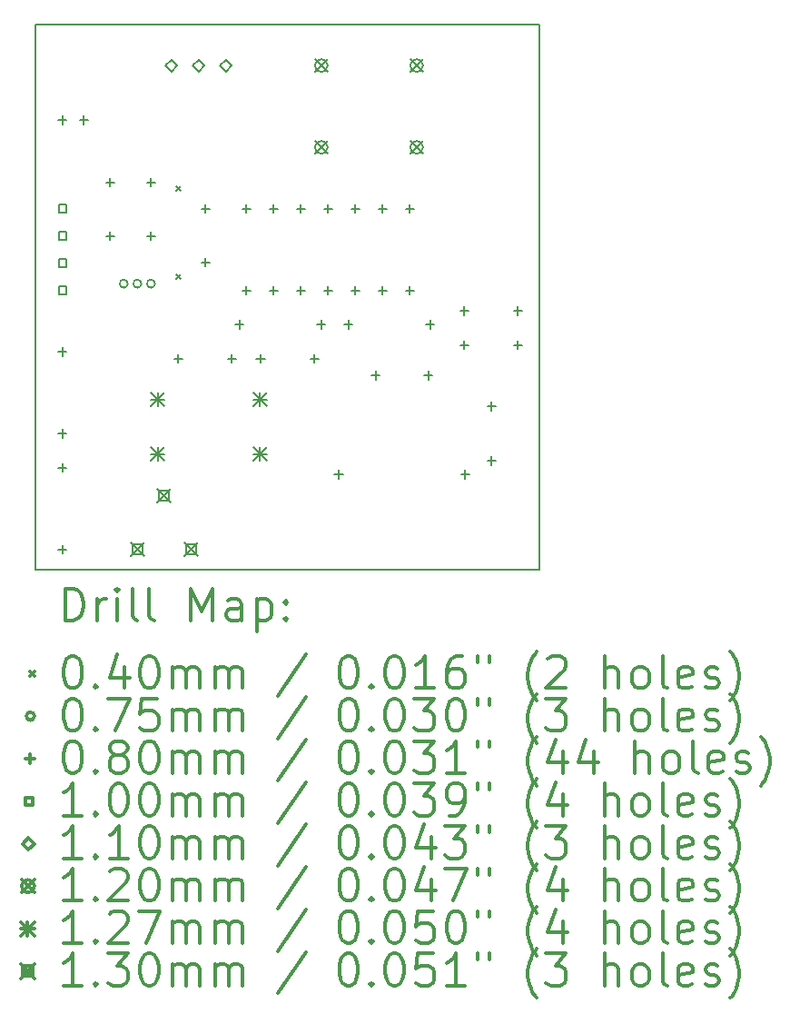
<source format=gbr>
%FSLAX45Y45*%
G04 Gerber Fmt 4.5, Leading zero omitted, Abs format (unit mm)*
G04 Created by KiCad (PCBNEW 5.1.9+dfsg1-1) date 2022-09-10 10:36:59*
%MOMM*%
%LPD*%
G01*
G04 APERTURE LIST*
%TA.AperFunction,Profile*%
%ADD10C,0.150000*%
%TD*%
%ADD11C,0.200000*%
%ADD12C,0.300000*%
G04 APERTURE END LIST*
D10*
X6985000Y-4572000D02*
X6985000Y-9652000D01*
X11684000Y-4572000D02*
X11684000Y-9652000D01*
X11684000Y-4572000D02*
X6985000Y-4572000D01*
X6985000Y-9652000D02*
X11684000Y-9652000D01*
D11*
X8298500Y-6076000D02*
X8338500Y-6116000D01*
X8338500Y-6076000D02*
X8298500Y-6116000D01*
X8298500Y-6901500D02*
X8338500Y-6941500D01*
X8338500Y-6901500D02*
X8298500Y-6941500D01*
X7848000Y-6985000D02*
G75*
G03*
X7848000Y-6985000I-37500J0D01*
G01*
X7975000Y-6985000D02*
G75*
G03*
X7975000Y-6985000I-37500J0D01*
G01*
X8102000Y-6985000D02*
G75*
G03*
X8102000Y-6985000I-37500J0D01*
G01*
X7239000Y-5421000D02*
X7239000Y-5501000D01*
X7199000Y-5461000D02*
X7279000Y-5461000D01*
X7239000Y-7580000D02*
X7239000Y-7660000D01*
X7199000Y-7620000D02*
X7279000Y-7620000D01*
X7239000Y-8342000D02*
X7239000Y-8422000D01*
X7199000Y-8382000D02*
X7279000Y-8382000D01*
X7239000Y-8659500D02*
X7239000Y-8739500D01*
X7199000Y-8699500D02*
X7279000Y-8699500D01*
X7239000Y-9421500D02*
X7239000Y-9501500D01*
X7199000Y-9461500D02*
X7279000Y-9461500D01*
X7439000Y-5421000D02*
X7439000Y-5501000D01*
X7399000Y-5461000D02*
X7479000Y-5461000D01*
X7683500Y-6000500D02*
X7683500Y-6080500D01*
X7643500Y-6040500D02*
X7723500Y-6040500D01*
X7683500Y-6500500D02*
X7683500Y-6580500D01*
X7643500Y-6540500D02*
X7723500Y-6540500D01*
X8064500Y-6000500D02*
X8064500Y-6080500D01*
X8024500Y-6040500D02*
X8104500Y-6040500D01*
X8064500Y-6500500D02*
X8064500Y-6580500D01*
X8024500Y-6540500D02*
X8104500Y-6540500D01*
X8318500Y-7643500D02*
X8318500Y-7723500D01*
X8278500Y-7683500D02*
X8358500Y-7683500D01*
X8572500Y-6246500D02*
X8572500Y-6326500D01*
X8532500Y-6286500D02*
X8612500Y-6286500D01*
X8572500Y-6746500D02*
X8572500Y-6826500D01*
X8532500Y-6786500D02*
X8612500Y-6786500D01*
X8818500Y-7643500D02*
X8818500Y-7723500D01*
X8778500Y-7683500D02*
X8858500Y-7683500D01*
X8890000Y-7326000D02*
X8890000Y-7406000D01*
X8850000Y-7366000D02*
X8930000Y-7366000D01*
X8953500Y-6246500D02*
X8953500Y-6326500D01*
X8913500Y-6286500D02*
X8993500Y-6286500D01*
X8953500Y-7008500D02*
X8953500Y-7088500D01*
X8913500Y-7048500D02*
X8993500Y-7048500D01*
X9088500Y-7643500D02*
X9088500Y-7723500D01*
X9048500Y-7683500D02*
X9128500Y-7683500D01*
X9207500Y-6246500D02*
X9207500Y-6326500D01*
X9167500Y-6286500D02*
X9247500Y-6286500D01*
X9207500Y-7008500D02*
X9207500Y-7088500D01*
X9167500Y-7048500D02*
X9247500Y-7048500D01*
X9461500Y-6246500D02*
X9461500Y-6326500D01*
X9421500Y-6286500D02*
X9501500Y-6286500D01*
X9461500Y-7008500D02*
X9461500Y-7088500D01*
X9421500Y-7048500D02*
X9501500Y-7048500D01*
X9588500Y-7643500D02*
X9588500Y-7723500D01*
X9548500Y-7683500D02*
X9628500Y-7683500D01*
X9652000Y-7326000D02*
X9652000Y-7406000D01*
X9612000Y-7366000D02*
X9692000Y-7366000D01*
X9715500Y-6246500D02*
X9715500Y-6326500D01*
X9675500Y-6286500D02*
X9755500Y-6286500D01*
X9715500Y-7008500D02*
X9715500Y-7088500D01*
X9675500Y-7048500D02*
X9755500Y-7048500D01*
X9815000Y-8723000D02*
X9815000Y-8803000D01*
X9775000Y-8763000D02*
X9855000Y-8763000D01*
X9906000Y-7326000D02*
X9906000Y-7406000D01*
X9866000Y-7366000D02*
X9946000Y-7366000D01*
X9969500Y-6246500D02*
X9969500Y-6326500D01*
X9929500Y-6286500D02*
X10009500Y-6286500D01*
X9969500Y-7008500D02*
X9969500Y-7088500D01*
X9929500Y-7048500D02*
X10009500Y-7048500D01*
X10160000Y-7798000D02*
X10160000Y-7878000D01*
X10120000Y-7838000D02*
X10200000Y-7838000D01*
X10223500Y-6246500D02*
X10223500Y-6326500D01*
X10183500Y-6286500D02*
X10263500Y-6286500D01*
X10223500Y-7008500D02*
X10223500Y-7088500D01*
X10183500Y-7048500D02*
X10263500Y-7048500D01*
X10477500Y-6246500D02*
X10477500Y-6326500D01*
X10437500Y-6286500D02*
X10517500Y-6286500D01*
X10477500Y-7008500D02*
X10477500Y-7088500D01*
X10437500Y-7048500D02*
X10517500Y-7048500D01*
X10650000Y-7798000D02*
X10650000Y-7878000D01*
X10610000Y-7838000D02*
X10690000Y-7838000D01*
X10668000Y-7326000D02*
X10668000Y-7406000D01*
X10628000Y-7366000D02*
X10708000Y-7366000D01*
X10985500Y-7199000D02*
X10985500Y-7279000D01*
X10945500Y-7239000D02*
X11025500Y-7239000D01*
X10985500Y-7516500D02*
X10985500Y-7596500D01*
X10945500Y-7556500D02*
X11025500Y-7556500D01*
X10995000Y-8723000D02*
X10995000Y-8803000D01*
X10955000Y-8763000D02*
X11035000Y-8763000D01*
X11239500Y-8088000D02*
X11239500Y-8168000D01*
X11199500Y-8128000D02*
X11279500Y-8128000D01*
X11239500Y-8596000D02*
X11239500Y-8676000D01*
X11199500Y-8636000D02*
X11279500Y-8636000D01*
X11485500Y-7199000D02*
X11485500Y-7279000D01*
X11445500Y-7239000D02*
X11525500Y-7239000D01*
X11485500Y-7516500D02*
X11485500Y-7596500D01*
X11445500Y-7556500D02*
X11525500Y-7556500D01*
X7274356Y-6321856D02*
X7274356Y-6251144D01*
X7203644Y-6251144D01*
X7203644Y-6321856D01*
X7274356Y-6321856D01*
X7274356Y-6575856D02*
X7274356Y-6505144D01*
X7203644Y-6505144D01*
X7203644Y-6575856D01*
X7274356Y-6575856D01*
X7274356Y-6829856D02*
X7274356Y-6759144D01*
X7203644Y-6759144D01*
X7203644Y-6829856D01*
X7274356Y-6829856D01*
X7274356Y-7083856D02*
X7274356Y-7013144D01*
X7203644Y-7013144D01*
X7203644Y-7083856D01*
X7274356Y-7083856D01*
X8255000Y-5008000D02*
X8310000Y-4953000D01*
X8255000Y-4898000D01*
X8200000Y-4953000D01*
X8255000Y-5008000D01*
X8509000Y-5008000D02*
X8564000Y-4953000D01*
X8509000Y-4898000D01*
X8454000Y-4953000D01*
X8509000Y-5008000D01*
X8763000Y-5008000D02*
X8818000Y-4953000D01*
X8763000Y-4898000D01*
X8708000Y-4953000D01*
X8763000Y-5008000D01*
X9592000Y-4893000D02*
X9712000Y-5013000D01*
X9712000Y-4893000D02*
X9592000Y-5013000D01*
X9712000Y-4953000D02*
G75*
G03*
X9712000Y-4953000I-60000J0D01*
G01*
X9592000Y-5655000D02*
X9712000Y-5775000D01*
X9712000Y-5655000D02*
X9592000Y-5775000D01*
X9712000Y-5715000D02*
G75*
G03*
X9712000Y-5715000I-60000J0D01*
G01*
X10481000Y-4893000D02*
X10601000Y-5013000D01*
X10601000Y-4893000D02*
X10481000Y-5013000D01*
X10601000Y-4953000D02*
G75*
G03*
X10601000Y-4953000I-60000J0D01*
G01*
X10481000Y-5655000D02*
X10601000Y-5775000D01*
X10601000Y-5655000D02*
X10481000Y-5775000D01*
X10601000Y-5715000D02*
G75*
G03*
X10601000Y-5715000I-60000J0D01*
G01*
X8064500Y-8001000D02*
X8191500Y-8128000D01*
X8191500Y-8001000D02*
X8064500Y-8128000D01*
X8128000Y-8001000D02*
X8128000Y-8128000D01*
X8064500Y-8064500D02*
X8191500Y-8064500D01*
X8064500Y-8509000D02*
X8191500Y-8636000D01*
X8191500Y-8509000D02*
X8064500Y-8636000D01*
X8128000Y-8509000D02*
X8128000Y-8636000D01*
X8064500Y-8572500D02*
X8191500Y-8572500D01*
X9017000Y-8001000D02*
X9144000Y-8128000D01*
X9144000Y-8001000D02*
X9017000Y-8128000D01*
X9080500Y-8001000D02*
X9080500Y-8128000D01*
X9017000Y-8064500D02*
X9144000Y-8064500D01*
X9017000Y-8509000D02*
X9144000Y-8636000D01*
X9144000Y-8509000D02*
X9017000Y-8636000D01*
X9080500Y-8509000D02*
X9080500Y-8636000D01*
X9017000Y-8572500D02*
X9144000Y-8572500D01*
X7872500Y-9396500D02*
X8002500Y-9526500D01*
X8002500Y-9396500D02*
X7872500Y-9526500D01*
X7983462Y-9507462D02*
X7983462Y-9415538D01*
X7891538Y-9415538D01*
X7891538Y-9507462D01*
X7983462Y-9507462D01*
X8122500Y-8896500D02*
X8252500Y-9026500D01*
X8252500Y-8896500D02*
X8122500Y-9026500D01*
X8233462Y-9007462D02*
X8233462Y-8915538D01*
X8141538Y-8915538D01*
X8141538Y-9007462D01*
X8233462Y-9007462D01*
X8372500Y-9396500D02*
X8502500Y-9526500D01*
X8502500Y-9396500D02*
X8372500Y-9526500D01*
X8483462Y-9507462D02*
X8483462Y-9415538D01*
X8391538Y-9415538D01*
X8391538Y-9507462D01*
X8483462Y-9507462D01*
D12*
X7263928Y-10125214D02*
X7263928Y-9825214D01*
X7335357Y-9825214D01*
X7378214Y-9839500D01*
X7406786Y-9868072D01*
X7421071Y-9896643D01*
X7435357Y-9953786D01*
X7435357Y-9996643D01*
X7421071Y-10053786D01*
X7406786Y-10082357D01*
X7378214Y-10110929D01*
X7335357Y-10125214D01*
X7263928Y-10125214D01*
X7563928Y-10125214D02*
X7563928Y-9925214D01*
X7563928Y-9982357D02*
X7578214Y-9953786D01*
X7592500Y-9939500D01*
X7621071Y-9925214D01*
X7649643Y-9925214D01*
X7749643Y-10125214D02*
X7749643Y-9925214D01*
X7749643Y-9825214D02*
X7735357Y-9839500D01*
X7749643Y-9853786D01*
X7763928Y-9839500D01*
X7749643Y-9825214D01*
X7749643Y-9853786D01*
X7935357Y-10125214D02*
X7906786Y-10110929D01*
X7892500Y-10082357D01*
X7892500Y-9825214D01*
X8092500Y-10125214D02*
X8063928Y-10110929D01*
X8049643Y-10082357D01*
X8049643Y-9825214D01*
X8435357Y-10125214D02*
X8435357Y-9825214D01*
X8535357Y-10039500D01*
X8635357Y-9825214D01*
X8635357Y-10125214D01*
X8906786Y-10125214D02*
X8906786Y-9968072D01*
X8892500Y-9939500D01*
X8863928Y-9925214D01*
X8806786Y-9925214D01*
X8778214Y-9939500D01*
X8906786Y-10110929D02*
X8878214Y-10125214D01*
X8806786Y-10125214D01*
X8778214Y-10110929D01*
X8763928Y-10082357D01*
X8763928Y-10053786D01*
X8778214Y-10025214D01*
X8806786Y-10010929D01*
X8878214Y-10010929D01*
X8906786Y-9996643D01*
X9049643Y-9925214D02*
X9049643Y-10225214D01*
X9049643Y-9939500D02*
X9078214Y-9925214D01*
X9135357Y-9925214D01*
X9163928Y-9939500D01*
X9178214Y-9953786D01*
X9192500Y-9982357D01*
X9192500Y-10068072D01*
X9178214Y-10096643D01*
X9163928Y-10110929D01*
X9135357Y-10125214D01*
X9078214Y-10125214D01*
X9049643Y-10110929D01*
X9321071Y-10096643D02*
X9335357Y-10110929D01*
X9321071Y-10125214D01*
X9306786Y-10110929D01*
X9321071Y-10096643D01*
X9321071Y-10125214D01*
X9321071Y-9939500D02*
X9335357Y-9953786D01*
X9321071Y-9968072D01*
X9306786Y-9953786D01*
X9321071Y-9939500D01*
X9321071Y-9968072D01*
X6937500Y-10599500D02*
X6977500Y-10639500D01*
X6977500Y-10599500D02*
X6937500Y-10639500D01*
X7321071Y-10455214D02*
X7349643Y-10455214D01*
X7378214Y-10469500D01*
X7392500Y-10483786D01*
X7406786Y-10512357D01*
X7421071Y-10569500D01*
X7421071Y-10640929D01*
X7406786Y-10698072D01*
X7392500Y-10726643D01*
X7378214Y-10740929D01*
X7349643Y-10755214D01*
X7321071Y-10755214D01*
X7292500Y-10740929D01*
X7278214Y-10726643D01*
X7263928Y-10698072D01*
X7249643Y-10640929D01*
X7249643Y-10569500D01*
X7263928Y-10512357D01*
X7278214Y-10483786D01*
X7292500Y-10469500D01*
X7321071Y-10455214D01*
X7549643Y-10726643D02*
X7563928Y-10740929D01*
X7549643Y-10755214D01*
X7535357Y-10740929D01*
X7549643Y-10726643D01*
X7549643Y-10755214D01*
X7821071Y-10555214D02*
X7821071Y-10755214D01*
X7749643Y-10440929D02*
X7678214Y-10655214D01*
X7863928Y-10655214D01*
X8035357Y-10455214D02*
X8063928Y-10455214D01*
X8092500Y-10469500D01*
X8106786Y-10483786D01*
X8121071Y-10512357D01*
X8135357Y-10569500D01*
X8135357Y-10640929D01*
X8121071Y-10698072D01*
X8106786Y-10726643D01*
X8092500Y-10740929D01*
X8063928Y-10755214D01*
X8035357Y-10755214D01*
X8006786Y-10740929D01*
X7992500Y-10726643D01*
X7978214Y-10698072D01*
X7963928Y-10640929D01*
X7963928Y-10569500D01*
X7978214Y-10512357D01*
X7992500Y-10483786D01*
X8006786Y-10469500D01*
X8035357Y-10455214D01*
X8263928Y-10755214D02*
X8263928Y-10555214D01*
X8263928Y-10583786D02*
X8278214Y-10569500D01*
X8306786Y-10555214D01*
X8349643Y-10555214D01*
X8378214Y-10569500D01*
X8392500Y-10598072D01*
X8392500Y-10755214D01*
X8392500Y-10598072D02*
X8406786Y-10569500D01*
X8435357Y-10555214D01*
X8478214Y-10555214D01*
X8506786Y-10569500D01*
X8521071Y-10598072D01*
X8521071Y-10755214D01*
X8663928Y-10755214D02*
X8663928Y-10555214D01*
X8663928Y-10583786D02*
X8678214Y-10569500D01*
X8706786Y-10555214D01*
X8749643Y-10555214D01*
X8778214Y-10569500D01*
X8792500Y-10598072D01*
X8792500Y-10755214D01*
X8792500Y-10598072D02*
X8806786Y-10569500D01*
X8835357Y-10555214D01*
X8878214Y-10555214D01*
X8906786Y-10569500D01*
X8921071Y-10598072D01*
X8921071Y-10755214D01*
X9506786Y-10440929D02*
X9249643Y-10826643D01*
X9892500Y-10455214D02*
X9921071Y-10455214D01*
X9949643Y-10469500D01*
X9963928Y-10483786D01*
X9978214Y-10512357D01*
X9992500Y-10569500D01*
X9992500Y-10640929D01*
X9978214Y-10698072D01*
X9963928Y-10726643D01*
X9949643Y-10740929D01*
X9921071Y-10755214D01*
X9892500Y-10755214D01*
X9863928Y-10740929D01*
X9849643Y-10726643D01*
X9835357Y-10698072D01*
X9821071Y-10640929D01*
X9821071Y-10569500D01*
X9835357Y-10512357D01*
X9849643Y-10483786D01*
X9863928Y-10469500D01*
X9892500Y-10455214D01*
X10121071Y-10726643D02*
X10135357Y-10740929D01*
X10121071Y-10755214D01*
X10106786Y-10740929D01*
X10121071Y-10726643D01*
X10121071Y-10755214D01*
X10321071Y-10455214D02*
X10349643Y-10455214D01*
X10378214Y-10469500D01*
X10392500Y-10483786D01*
X10406786Y-10512357D01*
X10421071Y-10569500D01*
X10421071Y-10640929D01*
X10406786Y-10698072D01*
X10392500Y-10726643D01*
X10378214Y-10740929D01*
X10349643Y-10755214D01*
X10321071Y-10755214D01*
X10292500Y-10740929D01*
X10278214Y-10726643D01*
X10263928Y-10698072D01*
X10249643Y-10640929D01*
X10249643Y-10569500D01*
X10263928Y-10512357D01*
X10278214Y-10483786D01*
X10292500Y-10469500D01*
X10321071Y-10455214D01*
X10706786Y-10755214D02*
X10535357Y-10755214D01*
X10621071Y-10755214D02*
X10621071Y-10455214D01*
X10592500Y-10498072D01*
X10563928Y-10526643D01*
X10535357Y-10540929D01*
X10963928Y-10455214D02*
X10906786Y-10455214D01*
X10878214Y-10469500D01*
X10863928Y-10483786D01*
X10835357Y-10526643D01*
X10821071Y-10583786D01*
X10821071Y-10698072D01*
X10835357Y-10726643D01*
X10849643Y-10740929D01*
X10878214Y-10755214D01*
X10935357Y-10755214D01*
X10963928Y-10740929D01*
X10978214Y-10726643D01*
X10992500Y-10698072D01*
X10992500Y-10626643D01*
X10978214Y-10598072D01*
X10963928Y-10583786D01*
X10935357Y-10569500D01*
X10878214Y-10569500D01*
X10849643Y-10583786D01*
X10835357Y-10598072D01*
X10821071Y-10626643D01*
X11106786Y-10455214D02*
X11106786Y-10512357D01*
X11221071Y-10455214D02*
X11221071Y-10512357D01*
X11663928Y-10869500D02*
X11649643Y-10855214D01*
X11621071Y-10812357D01*
X11606786Y-10783786D01*
X11592500Y-10740929D01*
X11578214Y-10669500D01*
X11578214Y-10612357D01*
X11592500Y-10540929D01*
X11606786Y-10498072D01*
X11621071Y-10469500D01*
X11649643Y-10426643D01*
X11663928Y-10412357D01*
X11763928Y-10483786D02*
X11778214Y-10469500D01*
X11806786Y-10455214D01*
X11878214Y-10455214D01*
X11906786Y-10469500D01*
X11921071Y-10483786D01*
X11935357Y-10512357D01*
X11935357Y-10540929D01*
X11921071Y-10583786D01*
X11749643Y-10755214D01*
X11935357Y-10755214D01*
X12292500Y-10755214D02*
X12292500Y-10455214D01*
X12421071Y-10755214D02*
X12421071Y-10598072D01*
X12406786Y-10569500D01*
X12378214Y-10555214D01*
X12335357Y-10555214D01*
X12306786Y-10569500D01*
X12292500Y-10583786D01*
X12606786Y-10755214D02*
X12578214Y-10740929D01*
X12563928Y-10726643D01*
X12549643Y-10698072D01*
X12549643Y-10612357D01*
X12563928Y-10583786D01*
X12578214Y-10569500D01*
X12606786Y-10555214D01*
X12649643Y-10555214D01*
X12678214Y-10569500D01*
X12692500Y-10583786D01*
X12706786Y-10612357D01*
X12706786Y-10698072D01*
X12692500Y-10726643D01*
X12678214Y-10740929D01*
X12649643Y-10755214D01*
X12606786Y-10755214D01*
X12878214Y-10755214D02*
X12849643Y-10740929D01*
X12835357Y-10712357D01*
X12835357Y-10455214D01*
X13106786Y-10740929D02*
X13078214Y-10755214D01*
X13021071Y-10755214D01*
X12992500Y-10740929D01*
X12978214Y-10712357D01*
X12978214Y-10598072D01*
X12992500Y-10569500D01*
X13021071Y-10555214D01*
X13078214Y-10555214D01*
X13106786Y-10569500D01*
X13121071Y-10598072D01*
X13121071Y-10626643D01*
X12978214Y-10655214D01*
X13235357Y-10740929D02*
X13263928Y-10755214D01*
X13321071Y-10755214D01*
X13349643Y-10740929D01*
X13363928Y-10712357D01*
X13363928Y-10698072D01*
X13349643Y-10669500D01*
X13321071Y-10655214D01*
X13278214Y-10655214D01*
X13249643Y-10640929D01*
X13235357Y-10612357D01*
X13235357Y-10598072D01*
X13249643Y-10569500D01*
X13278214Y-10555214D01*
X13321071Y-10555214D01*
X13349643Y-10569500D01*
X13463928Y-10869500D02*
X13478214Y-10855214D01*
X13506786Y-10812357D01*
X13521071Y-10783786D01*
X13535357Y-10740929D01*
X13549643Y-10669500D01*
X13549643Y-10612357D01*
X13535357Y-10540929D01*
X13521071Y-10498072D01*
X13506786Y-10469500D01*
X13478214Y-10426643D01*
X13463928Y-10412357D01*
X6977500Y-11015500D02*
G75*
G03*
X6977500Y-11015500I-37500J0D01*
G01*
X7321071Y-10851214D02*
X7349643Y-10851214D01*
X7378214Y-10865500D01*
X7392500Y-10879786D01*
X7406786Y-10908357D01*
X7421071Y-10965500D01*
X7421071Y-11036929D01*
X7406786Y-11094072D01*
X7392500Y-11122643D01*
X7378214Y-11136929D01*
X7349643Y-11151214D01*
X7321071Y-11151214D01*
X7292500Y-11136929D01*
X7278214Y-11122643D01*
X7263928Y-11094072D01*
X7249643Y-11036929D01*
X7249643Y-10965500D01*
X7263928Y-10908357D01*
X7278214Y-10879786D01*
X7292500Y-10865500D01*
X7321071Y-10851214D01*
X7549643Y-11122643D02*
X7563928Y-11136929D01*
X7549643Y-11151214D01*
X7535357Y-11136929D01*
X7549643Y-11122643D01*
X7549643Y-11151214D01*
X7663928Y-10851214D02*
X7863928Y-10851214D01*
X7735357Y-11151214D01*
X8121071Y-10851214D02*
X7978214Y-10851214D01*
X7963928Y-10994072D01*
X7978214Y-10979786D01*
X8006786Y-10965500D01*
X8078214Y-10965500D01*
X8106786Y-10979786D01*
X8121071Y-10994072D01*
X8135357Y-11022643D01*
X8135357Y-11094072D01*
X8121071Y-11122643D01*
X8106786Y-11136929D01*
X8078214Y-11151214D01*
X8006786Y-11151214D01*
X7978214Y-11136929D01*
X7963928Y-11122643D01*
X8263928Y-11151214D02*
X8263928Y-10951214D01*
X8263928Y-10979786D02*
X8278214Y-10965500D01*
X8306786Y-10951214D01*
X8349643Y-10951214D01*
X8378214Y-10965500D01*
X8392500Y-10994072D01*
X8392500Y-11151214D01*
X8392500Y-10994072D02*
X8406786Y-10965500D01*
X8435357Y-10951214D01*
X8478214Y-10951214D01*
X8506786Y-10965500D01*
X8521071Y-10994072D01*
X8521071Y-11151214D01*
X8663928Y-11151214D02*
X8663928Y-10951214D01*
X8663928Y-10979786D02*
X8678214Y-10965500D01*
X8706786Y-10951214D01*
X8749643Y-10951214D01*
X8778214Y-10965500D01*
X8792500Y-10994072D01*
X8792500Y-11151214D01*
X8792500Y-10994072D02*
X8806786Y-10965500D01*
X8835357Y-10951214D01*
X8878214Y-10951214D01*
X8906786Y-10965500D01*
X8921071Y-10994072D01*
X8921071Y-11151214D01*
X9506786Y-10836929D02*
X9249643Y-11222643D01*
X9892500Y-10851214D02*
X9921071Y-10851214D01*
X9949643Y-10865500D01*
X9963928Y-10879786D01*
X9978214Y-10908357D01*
X9992500Y-10965500D01*
X9992500Y-11036929D01*
X9978214Y-11094072D01*
X9963928Y-11122643D01*
X9949643Y-11136929D01*
X9921071Y-11151214D01*
X9892500Y-11151214D01*
X9863928Y-11136929D01*
X9849643Y-11122643D01*
X9835357Y-11094072D01*
X9821071Y-11036929D01*
X9821071Y-10965500D01*
X9835357Y-10908357D01*
X9849643Y-10879786D01*
X9863928Y-10865500D01*
X9892500Y-10851214D01*
X10121071Y-11122643D02*
X10135357Y-11136929D01*
X10121071Y-11151214D01*
X10106786Y-11136929D01*
X10121071Y-11122643D01*
X10121071Y-11151214D01*
X10321071Y-10851214D02*
X10349643Y-10851214D01*
X10378214Y-10865500D01*
X10392500Y-10879786D01*
X10406786Y-10908357D01*
X10421071Y-10965500D01*
X10421071Y-11036929D01*
X10406786Y-11094072D01*
X10392500Y-11122643D01*
X10378214Y-11136929D01*
X10349643Y-11151214D01*
X10321071Y-11151214D01*
X10292500Y-11136929D01*
X10278214Y-11122643D01*
X10263928Y-11094072D01*
X10249643Y-11036929D01*
X10249643Y-10965500D01*
X10263928Y-10908357D01*
X10278214Y-10879786D01*
X10292500Y-10865500D01*
X10321071Y-10851214D01*
X10521071Y-10851214D02*
X10706786Y-10851214D01*
X10606786Y-10965500D01*
X10649643Y-10965500D01*
X10678214Y-10979786D01*
X10692500Y-10994072D01*
X10706786Y-11022643D01*
X10706786Y-11094072D01*
X10692500Y-11122643D01*
X10678214Y-11136929D01*
X10649643Y-11151214D01*
X10563928Y-11151214D01*
X10535357Y-11136929D01*
X10521071Y-11122643D01*
X10892500Y-10851214D02*
X10921071Y-10851214D01*
X10949643Y-10865500D01*
X10963928Y-10879786D01*
X10978214Y-10908357D01*
X10992500Y-10965500D01*
X10992500Y-11036929D01*
X10978214Y-11094072D01*
X10963928Y-11122643D01*
X10949643Y-11136929D01*
X10921071Y-11151214D01*
X10892500Y-11151214D01*
X10863928Y-11136929D01*
X10849643Y-11122643D01*
X10835357Y-11094072D01*
X10821071Y-11036929D01*
X10821071Y-10965500D01*
X10835357Y-10908357D01*
X10849643Y-10879786D01*
X10863928Y-10865500D01*
X10892500Y-10851214D01*
X11106786Y-10851214D02*
X11106786Y-10908357D01*
X11221071Y-10851214D02*
X11221071Y-10908357D01*
X11663928Y-11265500D02*
X11649643Y-11251214D01*
X11621071Y-11208357D01*
X11606786Y-11179786D01*
X11592500Y-11136929D01*
X11578214Y-11065500D01*
X11578214Y-11008357D01*
X11592500Y-10936929D01*
X11606786Y-10894072D01*
X11621071Y-10865500D01*
X11649643Y-10822643D01*
X11663928Y-10808357D01*
X11749643Y-10851214D02*
X11935357Y-10851214D01*
X11835357Y-10965500D01*
X11878214Y-10965500D01*
X11906786Y-10979786D01*
X11921071Y-10994072D01*
X11935357Y-11022643D01*
X11935357Y-11094072D01*
X11921071Y-11122643D01*
X11906786Y-11136929D01*
X11878214Y-11151214D01*
X11792500Y-11151214D01*
X11763928Y-11136929D01*
X11749643Y-11122643D01*
X12292500Y-11151214D02*
X12292500Y-10851214D01*
X12421071Y-11151214D02*
X12421071Y-10994072D01*
X12406786Y-10965500D01*
X12378214Y-10951214D01*
X12335357Y-10951214D01*
X12306786Y-10965500D01*
X12292500Y-10979786D01*
X12606786Y-11151214D02*
X12578214Y-11136929D01*
X12563928Y-11122643D01*
X12549643Y-11094072D01*
X12549643Y-11008357D01*
X12563928Y-10979786D01*
X12578214Y-10965500D01*
X12606786Y-10951214D01*
X12649643Y-10951214D01*
X12678214Y-10965500D01*
X12692500Y-10979786D01*
X12706786Y-11008357D01*
X12706786Y-11094072D01*
X12692500Y-11122643D01*
X12678214Y-11136929D01*
X12649643Y-11151214D01*
X12606786Y-11151214D01*
X12878214Y-11151214D02*
X12849643Y-11136929D01*
X12835357Y-11108357D01*
X12835357Y-10851214D01*
X13106786Y-11136929D02*
X13078214Y-11151214D01*
X13021071Y-11151214D01*
X12992500Y-11136929D01*
X12978214Y-11108357D01*
X12978214Y-10994072D01*
X12992500Y-10965500D01*
X13021071Y-10951214D01*
X13078214Y-10951214D01*
X13106786Y-10965500D01*
X13121071Y-10994072D01*
X13121071Y-11022643D01*
X12978214Y-11051214D01*
X13235357Y-11136929D02*
X13263928Y-11151214D01*
X13321071Y-11151214D01*
X13349643Y-11136929D01*
X13363928Y-11108357D01*
X13363928Y-11094072D01*
X13349643Y-11065500D01*
X13321071Y-11051214D01*
X13278214Y-11051214D01*
X13249643Y-11036929D01*
X13235357Y-11008357D01*
X13235357Y-10994072D01*
X13249643Y-10965500D01*
X13278214Y-10951214D01*
X13321071Y-10951214D01*
X13349643Y-10965500D01*
X13463928Y-11265500D02*
X13478214Y-11251214D01*
X13506786Y-11208357D01*
X13521071Y-11179786D01*
X13535357Y-11136929D01*
X13549643Y-11065500D01*
X13549643Y-11008357D01*
X13535357Y-10936929D01*
X13521071Y-10894072D01*
X13506786Y-10865500D01*
X13478214Y-10822643D01*
X13463928Y-10808357D01*
X6937500Y-11371500D02*
X6937500Y-11451500D01*
X6897500Y-11411500D02*
X6977500Y-11411500D01*
X7321071Y-11247214D02*
X7349643Y-11247214D01*
X7378214Y-11261500D01*
X7392500Y-11275786D01*
X7406786Y-11304357D01*
X7421071Y-11361500D01*
X7421071Y-11432929D01*
X7406786Y-11490071D01*
X7392500Y-11518643D01*
X7378214Y-11532929D01*
X7349643Y-11547214D01*
X7321071Y-11547214D01*
X7292500Y-11532929D01*
X7278214Y-11518643D01*
X7263928Y-11490071D01*
X7249643Y-11432929D01*
X7249643Y-11361500D01*
X7263928Y-11304357D01*
X7278214Y-11275786D01*
X7292500Y-11261500D01*
X7321071Y-11247214D01*
X7549643Y-11518643D02*
X7563928Y-11532929D01*
X7549643Y-11547214D01*
X7535357Y-11532929D01*
X7549643Y-11518643D01*
X7549643Y-11547214D01*
X7735357Y-11375786D02*
X7706786Y-11361500D01*
X7692500Y-11347214D01*
X7678214Y-11318643D01*
X7678214Y-11304357D01*
X7692500Y-11275786D01*
X7706786Y-11261500D01*
X7735357Y-11247214D01*
X7792500Y-11247214D01*
X7821071Y-11261500D01*
X7835357Y-11275786D01*
X7849643Y-11304357D01*
X7849643Y-11318643D01*
X7835357Y-11347214D01*
X7821071Y-11361500D01*
X7792500Y-11375786D01*
X7735357Y-11375786D01*
X7706786Y-11390071D01*
X7692500Y-11404357D01*
X7678214Y-11432929D01*
X7678214Y-11490071D01*
X7692500Y-11518643D01*
X7706786Y-11532929D01*
X7735357Y-11547214D01*
X7792500Y-11547214D01*
X7821071Y-11532929D01*
X7835357Y-11518643D01*
X7849643Y-11490071D01*
X7849643Y-11432929D01*
X7835357Y-11404357D01*
X7821071Y-11390071D01*
X7792500Y-11375786D01*
X8035357Y-11247214D02*
X8063928Y-11247214D01*
X8092500Y-11261500D01*
X8106786Y-11275786D01*
X8121071Y-11304357D01*
X8135357Y-11361500D01*
X8135357Y-11432929D01*
X8121071Y-11490071D01*
X8106786Y-11518643D01*
X8092500Y-11532929D01*
X8063928Y-11547214D01*
X8035357Y-11547214D01*
X8006786Y-11532929D01*
X7992500Y-11518643D01*
X7978214Y-11490071D01*
X7963928Y-11432929D01*
X7963928Y-11361500D01*
X7978214Y-11304357D01*
X7992500Y-11275786D01*
X8006786Y-11261500D01*
X8035357Y-11247214D01*
X8263928Y-11547214D02*
X8263928Y-11347214D01*
X8263928Y-11375786D02*
X8278214Y-11361500D01*
X8306786Y-11347214D01*
X8349643Y-11347214D01*
X8378214Y-11361500D01*
X8392500Y-11390071D01*
X8392500Y-11547214D01*
X8392500Y-11390071D02*
X8406786Y-11361500D01*
X8435357Y-11347214D01*
X8478214Y-11347214D01*
X8506786Y-11361500D01*
X8521071Y-11390071D01*
X8521071Y-11547214D01*
X8663928Y-11547214D02*
X8663928Y-11347214D01*
X8663928Y-11375786D02*
X8678214Y-11361500D01*
X8706786Y-11347214D01*
X8749643Y-11347214D01*
X8778214Y-11361500D01*
X8792500Y-11390071D01*
X8792500Y-11547214D01*
X8792500Y-11390071D02*
X8806786Y-11361500D01*
X8835357Y-11347214D01*
X8878214Y-11347214D01*
X8906786Y-11361500D01*
X8921071Y-11390071D01*
X8921071Y-11547214D01*
X9506786Y-11232929D02*
X9249643Y-11618643D01*
X9892500Y-11247214D02*
X9921071Y-11247214D01*
X9949643Y-11261500D01*
X9963928Y-11275786D01*
X9978214Y-11304357D01*
X9992500Y-11361500D01*
X9992500Y-11432929D01*
X9978214Y-11490071D01*
X9963928Y-11518643D01*
X9949643Y-11532929D01*
X9921071Y-11547214D01*
X9892500Y-11547214D01*
X9863928Y-11532929D01*
X9849643Y-11518643D01*
X9835357Y-11490071D01*
X9821071Y-11432929D01*
X9821071Y-11361500D01*
X9835357Y-11304357D01*
X9849643Y-11275786D01*
X9863928Y-11261500D01*
X9892500Y-11247214D01*
X10121071Y-11518643D02*
X10135357Y-11532929D01*
X10121071Y-11547214D01*
X10106786Y-11532929D01*
X10121071Y-11518643D01*
X10121071Y-11547214D01*
X10321071Y-11247214D02*
X10349643Y-11247214D01*
X10378214Y-11261500D01*
X10392500Y-11275786D01*
X10406786Y-11304357D01*
X10421071Y-11361500D01*
X10421071Y-11432929D01*
X10406786Y-11490071D01*
X10392500Y-11518643D01*
X10378214Y-11532929D01*
X10349643Y-11547214D01*
X10321071Y-11547214D01*
X10292500Y-11532929D01*
X10278214Y-11518643D01*
X10263928Y-11490071D01*
X10249643Y-11432929D01*
X10249643Y-11361500D01*
X10263928Y-11304357D01*
X10278214Y-11275786D01*
X10292500Y-11261500D01*
X10321071Y-11247214D01*
X10521071Y-11247214D02*
X10706786Y-11247214D01*
X10606786Y-11361500D01*
X10649643Y-11361500D01*
X10678214Y-11375786D01*
X10692500Y-11390071D01*
X10706786Y-11418643D01*
X10706786Y-11490071D01*
X10692500Y-11518643D01*
X10678214Y-11532929D01*
X10649643Y-11547214D01*
X10563928Y-11547214D01*
X10535357Y-11532929D01*
X10521071Y-11518643D01*
X10992500Y-11547214D02*
X10821071Y-11547214D01*
X10906786Y-11547214D02*
X10906786Y-11247214D01*
X10878214Y-11290071D01*
X10849643Y-11318643D01*
X10821071Y-11332929D01*
X11106786Y-11247214D02*
X11106786Y-11304357D01*
X11221071Y-11247214D02*
X11221071Y-11304357D01*
X11663928Y-11661500D02*
X11649643Y-11647214D01*
X11621071Y-11604357D01*
X11606786Y-11575786D01*
X11592500Y-11532929D01*
X11578214Y-11461500D01*
X11578214Y-11404357D01*
X11592500Y-11332929D01*
X11606786Y-11290071D01*
X11621071Y-11261500D01*
X11649643Y-11218643D01*
X11663928Y-11204357D01*
X11906786Y-11347214D02*
X11906786Y-11547214D01*
X11835357Y-11232929D02*
X11763928Y-11447214D01*
X11949643Y-11447214D01*
X12192500Y-11347214D02*
X12192500Y-11547214D01*
X12121071Y-11232929D02*
X12049643Y-11447214D01*
X12235357Y-11447214D01*
X12578214Y-11547214D02*
X12578214Y-11247214D01*
X12706786Y-11547214D02*
X12706786Y-11390071D01*
X12692500Y-11361500D01*
X12663928Y-11347214D01*
X12621071Y-11347214D01*
X12592500Y-11361500D01*
X12578214Y-11375786D01*
X12892500Y-11547214D02*
X12863928Y-11532929D01*
X12849643Y-11518643D01*
X12835357Y-11490071D01*
X12835357Y-11404357D01*
X12849643Y-11375786D01*
X12863928Y-11361500D01*
X12892500Y-11347214D01*
X12935357Y-11347214D01*
X12963928Y-11361500D01*
X12978214Y-11375786D01*
X12992500Y-11404357D01*
X12992500Y-11490071D01*
X12978214Y-11518643D01*
X12963928Y-11532929D01*
X12935357Y-11547214D01*
X12892500Y-11547214D01*
X13163928Y-11547214D02*
X13135357Y-11532929D01*
X13121071Y-11504357D01*
X13121071Y-11247214D01*
X13392500Y-11532929D02*
X13363928Y-11547214D01*
X13306786Y-11547214D01*
X13278214Y-11532929D01*
X13263928Y-11504357D01*
X13263928Y-11390071D01*
X13278214Y-11361500D01*
X13306786Y-11347214D01*
X13363928Y-11347214D01*
X13392500Y-11361500D01*
X13406786Y-11390071D01*
X13406786Y-11418643D01*
X13263928Y-11447214D01*
X13521071Y-11532929D02*
X13549643Y-11547214D01*
X13606786Y-11547214D01*
X13635357Y-11532929D01*
X13649643Y-11504357D01*
X13649643Y-11490071D01*
X13635357Y-11461500D01*
X13606786Y-11447214D01*
X13563928Y-11447214D01*
X13535357Y-11432929D01*
X13521071Y-11404357D01*
X13521071Y-11390071D01*
X13535357Y-11361500D01*
X13563928Y-11347214D01*
X13606786Y-11347214D01*
X13635357Y-11361500D01*
X13749643Y-11661500D02*
X13763928Y-11647214D01*
X13792500Y-11604357D01*
X13806786Y-11575786D01*
X13821071Y-11532929D01*
X13835357Y-11461500D01*
X13835357Y-11404357D01*
X13821071Y-11332929D01*
X13806786Y-11290071D01*
X13792500Y-11261500D01*
X13763928Y-11218643D01*
X13749643Y-11204357D01*
X6962856Y-11842856D02*
X6962856Y-11772144D01*
X6892144Y-11772144D01*
X6892144Y-11842856D01*
X6962856Y-11842856D01*
X7421071Y-11943214D02*
X7249643Y-11943214D01*
X7335357Y-11943214D02*
X7335357Y-11643214D01*
X7306786Y-11686071D01*
X7278214Y-11714643D01*
X7249643Y-11728929D01*
X7549643Y-11914643D02*
X7563928Y-11928929D01*
X7549643Y-11943214D01*
X7535357Y-11928929D01*
X7549643Y-11914643D01*
X7549643Y-11943214D01*
X7749643Y-11643214D02*
X7778214Y-11643214D01*
X7806786Y-11657500D01*
X7821071Y-11671786D01*
X7835357Y-11700357D01*
X7849643Y-11757500D01*
X7849643Y-11828929D01*
X7835357Y-11886071D01*
X7821071Y-11914643D01*
X7806786Y-11928929D01*
X7778214Y-11943214D01*
X7749643Y-11943214D01*
X7721071Y-11928929D01*
X7706786Y-11914643D01*
X7692500Y-11886071D01*
X7678214Y-11828929D01*
X7678214Y-11757500D01*
X7692500Y-11700357D01*
X7706786Y-11671786D01*
X7721071Y-11657500D01*
X7749643Y-11643214D01*
X8035357Y-11643214D02*
X8063928Y-11643214D01*
X8092500Y-11657500D01*
X8106786Y-11671786D01*
X8121071Y-11700357D01*
X8135357Y-11757500D01*
X8135357Y-11828929D01*
X8121071Y-11886071D01*
X8106786Y-11914643D01*
X8092500Y-11928929D01*
X8063928Y-11943214D01*
X8035357Y-11943214D01*
X8006786Y-11928929D01*
X7992500Y-11914643D01*
X7978214Y-11886071D01*
X7963928Y-11828929D01*
X7963928Y-11757500D01*
X7978214Y-11700357D01*
X7992500Y-11671786D01*
X8006786Y-11657500D01*
X8035357Y-11643214D01*
X8263928Y-11943214D02*
X8263928Y-11743214D01*
X8263928Y-11771786D02*
X8278214Y-11757500D01*
X8306786Y-11743214D01*
X8349643Y-11743214D01*
X8378214Y-11757500D01*
X8392500Y-11786071D01*
X8392500Y-11943214D01*
X8392500Y-11786071D02*
X8406786Y-11757500D01*
X8435357Y-11743214D01*
X8478214Y-11743214D01*
X8506786Y-11757500D01*
X8521071Y-11786071D01*
X8521071Y-11943214D01*
X8663928Y-11943214D02*
X8663928Y-11743214D01*
X8663928Y-11771786D02*
X8678214Y-11757500D01*
X8706786Y-11743214D01*
X8749643Y-11743214D01*
X8778214Y-11757500D01*
X8792500Y-11786071D01*
X8792500Y-11943214D01*
X8792500Y-11786071D02*
X8806786Y-11757500D01*
X8835357Y-11743214D01*
X8878214Y-11743214D01*
X8906786Y-11757500D01*
X8921071Y-11786071D01*
X8921071Y-11943214D01*
X9506786Y-11628929D02*
X9249643Y-12014643D01*
X9892500Y-11643214D02*
X9921071Y-11643214D01*
X9949643Y-11657500D01*
X9963928Y-11671786D01*
X9978214Y-11700357D01*
X9992500Y-11757500D01*
X9992500Y-11828929D01*
X9978214Y-11886071D01*
X9963928Y-11914643D01*
X9949643Y-11928929D01*
X9921071Y-11943214D01*
X9892500Y-11943214D01*
X9863928Y-11928929D01*
X9849643Y-11914643D01*
X9835357Y-11886071D01*
X9821071Y-11828929D01*
X9821071Y-11757500D01*
X9835357Y-11700357D01*
X9849643Y-11671786D01*
X9863928Y-11657500D01*
X9892500Y-11643214D01*
X10121071Y-11914643D02*
X10135357Y-11928929D01*
X10121071Y-11943214D01*
X10106786Y-11928929D01*
X10121071Y-11914643D01*
X10121071Y-11943214D01*
X10321071Y-11643214D02*
X10349643Y-11643214D01*
X10378214Y-11657500D01*
X10392500Y-11671786D01*
X10406786Y-11700357D01*
X10421071Y-11757500D01*
X10421071Y-11828929D01*
X10406786Y-11886071D01*
X10392500Y-11914643D01*
X10378214Y-11928929D01*
X10349643Y-11943214D01*
X10321071Y-11943214D01*
X10292500Y-11928929D01*
X10278214Y-11914643D01*
X10263928Y-11886071D01*
X10249643Y-11828929D01*
X10249643Y-11757500D01*
X10263928Y-11700357D01*
X10278214Y-11671786D01*
X10292500Y-11657500D01*
X10321071Y-11643214D01*
X10521071Y-11643214D02*
X10706786Y-11643214D01*
X10606786Y-11757500D01*
X10649643Y-11757500D01*
X10678214Y-11771786D01*
X10692500Y-11786071D01*
X10706786Y-11814643D01*
X10706786Y-11886071D01*
X10692500Y-11914643D01*
X10678214Y-11928929D01*
X10649643Y-11943214D01*
X10563928Y-11943214D01*
X10535357Y-11928929D01*
X10521071Y-11914643D01*
X10849643Y-11943214D02*
X10906786Y-11943214D01*
X10935357Y-11928929D01*
X10949643Y-11914643D01*
X10978214Y-11871786D01*
X10992500Y-11814643D01*
X10992500Y-11700357D01*
X10978214Y-11671786D01*
X10963928Y-11657500D01*
X10935357Y-11643214D01*
X10878214Y-11643214D01*
X10849643Y-11657500D01*
X10835357Y-11671786D01*
X10821071Y-11700357D01*
X10821071Y-11771786D01*
X10835357Y-11800357D01*
X10849643Y-11814643D01*
X10878214Y-11828929D01*
X10935357Y-11828929D01*
X10963928Y-11814643D01*
X10978214Y-11800357D01*
X10992500Y-11771786D01*
X11106786Y-11643214D02*
X11106786Y-11700357D01*
X11221071Y-11643214D02*
X11221071Y-11700357D01*
X11663928Y-12057500D02*
X11649643Y-12043214D01*
X11621071Y-12000357D01*
X11606786Y-11971786D01*
X11592500Y-11928929D01*
X11578214Y-11857500D01*
X11578214Y-11800357D01*
X11592500Y-11728929D01*
X11606786Y-11686071D01*
X11621071Y-11657500D01*
X11649643Y-11614643D01*
X11663928Y-11600357D01*
X11906786Y-11743214D02*
X11906786Y-11943214D01*
X11835357Y-11628929D02*
X11763928Y-11843214D01*
X11949643Y-11843214D01*
X12292500Y-11943214D02*
X12292500Y-11643214D01*
X12421071Y-11943214D02*
X12421071Y-11786071D01*
X12406786Y-11757500D01*
X12378214Y-11743214D01*
X12335357Y-11743214D01*
X12306786Y-11757500D01*
X12292500Y-11771786D01*
X12606786Y-11943214D02*
X12578214Y-11928929D01*
X12563928Y-11914643D01*
X12549643Y-11886071D01*
X12549643Y-11800357D01*
X12563928Y-11771786D01*
X12578214Y-11757500D01*
X12606786Y-11743214D01*
X12649643Y-11743214D01*
X12678214Y-11757500D01*
X12692500Y-11771786D01*
X12706786Y-11800357D01*
X12706786Y-11886071D01*
X12692500Y-11914643D01*
X12678214Y-11928929D01*
X12649643Y-11943214D01*
X12606786Y-11943214D01*
X12878214Y-11943214D02*
X12849643Y-11928929D01*
X12835357Y-11900357D01*
X12835357Y-11643214D01*
X13106786Y-11928929D02*
X13078214Y-11943214D01*
X13021071Y-11943214D01*
X12992500Y-11928929D01*
X12978214Y-11900357D01*
X12978214Y-11786071D01*
X12992500Y-11757500D01*
X13021071Y-11743214D01*
X13078214Y-11743214D01*
X13106786Y-11757500D01*
X13121071Y-11786071D01*
X13121071Y-11814643D01*
X12978214Y-11843214D01*
X13235357Y-11928929D02*
X13263928Y-11943214D01*
X13321071Y-11943214D01*
X13349643Y-11928929D01*
X13363928Y-11900357D01*
X13363928Y-11886071D01*
X13349643Y-11857500D01*
X13321071Y-11843214D01*
X13278214Y-11843214D01*
X13249643Y-11828929D01*
X13235357Y-11800357D01*
X13235357Y-11786071D01*
X13249643Y-11757500D01*
X13278214Y-11743214D01*
X13321071Y-11743214D01*
X13349643Y-11757500D01*
X13463928Y-12057500D02*
X13478214Y-12043214D01*
X13506786Y-12000357D01*
X13521071Y-11971786D01*
X13535357Y-11928929D01*
X13549643Y-11857500D01*
X13549643Y-11800357D01*
X13535357Y-11728929D01*
X13521071Y-11686071D01*
X13506786Y-11657500D01*
X13478214Y-11614643D01*
X13463928Y-11600357D01*
X6922500Y-12258500D02*
X6977500Y-12203500D01*
X6922500Y-12148500D01*
X6867500Y-12203500D01*
X6922500Y-12258500D01*
X7421071Y-12339214D02*
X7249643Y-12339214D01*
X7335357Y-12339214D02*
X7335357Y-12039214D01*
X7306786Y-12082071D01*
X7278214Y-12110643D01*
X7249643Y-12124929D01*
X7549643Y-12310643D02*
X7563928Y-12324929D01*
X7549643Y-12339214D01*
X7535357Y-12324929D01*
X7549643Y-12310643D01*
X7549643Y-12339214D01*
X7849643Y-12339214D02*
X7678214Y-12339214D01*
X7763928Y-12339214D02*
X7763928Y-12039214D01*
X7735357Y-12082071D01*
X7706786Y-12110643D01*
X7678214Y-12124929D01*
X8035357Y-12039214D02*
X8063928Y-12039214D01*
X8092500Y-12053500D01*
X8106786Y-12067786D01*
X8121071Y-12096357D01*
X8135357Y-12153500D01*
X8135357Y-12224929D01*
X8121071Y-12282071D01*
X8106786Y-12310643D01*
X8092500Y-12324929D01*
X8063928Y-12339214D01*
X8035357Y-12339214D01*
X8006786Y-12324929D01*
X7992500Y-12310643D01*
X7978214Y-12282071D01*
X7963928Y-12224929D01*
X7963928Y-12153500D01*
X7978214Y-12096357D01*
X7992500Y-12067786D01*
X8006786Y-12053500D01*
X8035357Y-12039214D01*
X8263928Y-12339214D02*
X8263928Y-12139214D01*
X8263928Y-12167786D02*
X8278214Y-12153500D01*
X8306786Y-12139214D01*
X8349643Y-12139214D01*
X8378214Y-12153500D01*
X8392500Y-12182071D01*
X8392500Y-12339214D01*
X8392500Y-12182071D02*
X8406786Y-12153500D01*
X8435357Y-12139214D01*
X8478214Y-12139214D01*
X8506786Y-12153500D01*
X8521071Y-12182071D01*
X8521071Y-12339214D01*
X8663928Y-12339214D02*
X8663928Y-12139214D01*
X8663928Y-12167786D02*
X8678214Y-12153500D01*
X8706786Y-12139214D01*
X8749643Y-12139214D01*
X8778214Y-12153500D01*
X8792500Y-12182071D01*
X8792500Y-12339214D01*
X8792500Y-12182071D02*
X8806786Y-12153500D01*
X8835357Y-12139214D01*
X8878214Y-12139214D01*
X8906786Y-12153500D01*
X8921071Y-12182071D01*
X8921071Y-12339214D01*
X9506786Y-12024929D02*
X9249643Y-12410643D01*
X9892500Y-12039214D02*
X9921071Y-12039214D01*
X9949643Y-12053500D01*
X9963928Y-12067786D01*
X9978214Y-12096357D01*
X9992500Y-12153500D01*
X9992500Y-12224929D01*
X9978214Y-12282071D01*
X9963928Y-12310643D01*
X9949643Y-12324929D01*
X9921071Y-12339214D01*
X9892500Y-12339214D01*
X9863928Y-12324929D01*
X9849643Y-12310643D01*
X9835357Y-12282071D01*
X9821071Y-12224929D01*
X9821071Y-12153500D01*
X9835357Y-12096357D01*
X9849643Y-12067786D01*
X9863928Y-12053500D01*
X9892500Y-12039214D01*
X10121071Y-12310643D02*
X10135357Y-12324929D01*
X10121071Y-12339214D01*
X10106786Y-12324929D01*
X10121071Y-12310643D01*
X10121071Y-12339214D01*
X10321071Y-12039214D02*
X10349643Y-12039214D01*
X10378214Y-12053500D01*
X10392500Y-12067786D01*
X10406786Y-12096357D01*
X10421071Y-12153500D01*
X10421071Y-12224929D01*
X10406786Y-12282071D01*
X10392500Y-12310643D01*
X10378214Y-12324929D01*
X10349643Y-12339214D01*
X10321071Y-12339214D01*
X10292500Y-12324929D01*
X10278214Y-12310643D01*
X10263928Y-12282071D01*
X10249643Y-12224929D01*
X10249643Y-12153500D01*
X10263928Y-12096357D01*
X10278214Y-12067786D01*
X10292500Y-12053500D01*
X10321071Y-12039214D01*
X10678214Y-12139214D02*
X10678214Y-12339214D01*
X10606786Y-12024929D02*
X10535357Y-12239214D01*
X10721071Y-12239214D01*
X10806786Y-12039214D02*
X10992500Y-12039214D01*
X10892500Y-12153500D01*
X10935357Y-12153500D01*
X10963928Y-12167786D01*
X10978214Y-12182071D01*
X10992500Y-12210643D01*
X10992500Y-12282071D01*
X10978214Y-12310643D01*
X10963928Y-12324929D01*
X10935357Y-12339214D01*
X10849643Y-12339214D01*
X10821071Y-12324929D01*
X10806786Y-12310643D01*
X11106786Y-12039214D02*
X11106786Y-12096357D01*
X11221071Y-12039214D02*
X11221071Y-12096357D01*
X11663928Y-12453500D02*
X11649643Y-12439214D01*
X11621071Y-12396357D01*
X11606786Y-12367786D01*
X11592500Y-12324929D01*
X11578214Y-12253500D01*
X11578214Y-12196357D01*
X11592500Y-12124929D01*
X11606786Y-12082071D01*
X11621071Y-12053500D01*
X11649643Y-12010643D01*
X11663928Y-11996357D01*
X11749643Y-12039214D02*
X11935357Y-12039214D01*
X11835357Y-12153500D01*
X11878214Y-12153500D01*
X11906786Y-12167786D01*
X11921071Y-12182071D01*
X11935357Y-12210643D01*
X11935357Y-12282071D01*
X11921071Y-12310643D01*
X11906786Y-12324929D01*
X11878214Y-12339214D01*
X11792500Y-12339214D01*
X11763928Y-12324929D01*
X11749643Y-12310643D01*
X12292500Y-12339214D02*
X12292500Y-12039214D01*
X12421071Y-12339214D02*
X12421071Y-12182071D01*
X12406786Y-12153500D01*
X12378214Y-12139214D01*
X12335357Y-12139214D01*
X12306786Y-12153500D01*
X12292500Y-12167786D01*
X12606786Y-12339214D02*
X12578214Y-12324929D01*
X12563928Y-12310643D01*
X12549643Y-12282071D01*
X12549643Y-12196357D01*
X12563928Y-12167786D01*
X12578214Y-12153500D01*
X12606786Y-12139214D01*
X12649643Y-12139214D01*
X12678214Y-12153500D01*
X12692500Y-12167786D01*
X12706786Y-12196357D01*
X12706786Y-12282071D01*
X12692500Y-12310643D01*
X12678214Y-12324929D01*
X12649643Y-12339214D01*
X12606786Y-12339214D01*
X12878214Y-12339214D02*
X12849643Y-12324929D01*
X12835357Y-12296357D01*
X12835357Y-12039214D01*
X13106786Y-12324929D02*
X13078214Y-12339214D01*
X13021071Y-12339214D01*
X12992500Y-12324929D01*
X12978214Y-12296357D01*
X12978214Y-12182071D01*
X12992500Y-12153500D01*
X13021071Y-12139214D01*
X13078214Y-12139214D01*
X13106786Y-12153500D01*
X13121071Y-12182071D01*
X13121071Y-12210643D01*
X12978214Y-12239214D01*
X13235357Y-12324929D02*
X13263928Y-12339214D01*
X13321071Y-12339214D01*
X13349643Y-12324929D01*
X13363928Y-12296357D01*
X13363928Y-12282071D01*
X13349643Y-12253500D01*
X13321071Y-12239214D01*
X13278214Y-12239214D01*
X13249643Y-12224929D01*
X13235357Y-12196357D01*
X13235357Y-12182071D01*
X13249643Y-12153500D01*
X13278214Y-12139214D01*
X13321071Y-12139214D01*
X13349643Y-12153500D01*
X13463928Y-12453500D02*
X13478214Y-12439214D01*
X13506786Y-12396357D01*
X13521071Y-12367786D01*
X13535357Y-12324929D01*
X13549643Y-12253500D01*
X13549643Y-12196357D01*
X13535357Y-12124929D01*
X13521071Y-12082071D01*
X13506786Y-12053500D01*
X13478214Y-12010643D01*
X13463928Y-11996357D01*
X6857500Y-12539500D02*
X6977500Y-12659500D01*
X6977500Y-12539500D02*
X6857500Y-12659500D01*
X6977500Y-12599500D02*
G75*
G03*
X6977500Y-12599500I-60000J0D01*
G01*
X7421071Y-12735214D02*
X7249643Y-12735214D01*
X7335357Y-12735214D02*
X7335357Y-12435214D01*
X7306786Y-12478071D01*
X7278214Y-12506643D01*
X7249643Y-12520929D01*
X7549643Y-12706643D02*
X7563928Y-12720929D01*
X7549643Y-12735214D01*
X7535357Y-12720929D01*
X7549643Y-12706643D01*
X7549643Y-12735214D01*
X7678214Y-12463786D02*
X7692500Y-12449500D01*
X7721071Y-12435214D01*
X7792500Y-12435214D01*
X7821071Y-12449500D01*
X7835357Y-12463786D01*
X7849643Y-12492357D01*
X7849643Y-12520929D01*
X7835357Y-12563786D01*
X7663928Y-12735214D01*
X7849643Y-12735214D01*
X8035357Y-12435214D02*
X8063928Y-12435214D01*
X8092500Y-12449500D01*
X8106786Y-12463786D01*
X8121071Y-12492357D01*
X8135357Y-12549500D01*
X8135357Y-12620929D01*
X8121071Y-12678071D01*
X8106786Y-12706643D01*
X8092500Y-12720929D01*
X8063928Y-12735214D01*
X8035357Y-12735214D01*
X8006786Y-12720929D01*
X7992500Y-12706643D01*
X7978214Y-12678071D01*
X7963928Y-12620929D01*
X7963928Y-12549500D01*
X7978214Y-12492357D01*
X7992500Y-12463786D01*
X8006786Y-12449500D01*
X8035357Y-12435214D01*
X8263928Y-12735214D02*
X8263928Y-12535214D01*
X8263928Y-12563786D02*
X8278214Y-12549500D01*
X8306786Y-12535214D01*
X8349643Y-12535214D01*
X8378214Y-12549500D01*
X8392500Y-12578071D01*
X8392500Y-12735214D01*
X8392500Y-12578071D02*
X8406786Y-12549500D01*
X8435357Y-12535214D01*
X8478214Y-12535214D01*
X8506786Y-12549500D01*
X8521071Y-12578071D01*
X8521071Y-12735214D01*
X8663928Y-12735214D02*
X8663928Y-12535214D01*
X8663928Y-12563786D02*
X8678214Y-12549500D01*
X8706786Y-12535214D01*
X8749643Y-12535214D01*
X8778214Y-12549500D01*
X8792500Y-12578071D01*
X8792500Y-12735214D01*
X8792500Y-12578071D02*
X8806786Y-12549500D01*
X8835357Y-12535214D01*
X8878214Y-12535214D01*
X8906786Y-12549500D01*
X8921071Y-12578071D01*
X8921071Y-12735214D01*
X9506786Y-12420929D02*
X9249643Y-12806643D01*
X9892500Y-12435214D02*
X9921071Y-12435214D01*
X9949643Y-12449500D01*
X9963928Y-12463786D01*
X9978214Y-12492357D01*
X9992500Y-12549500D01*
X9992500Y-12620929D01*
X9978214Y-12678071D01*
X9963928Y-12706643D01*
X9949643Y-12720929D01*
X9921071Y-12735214D01*
X9892500Y-12735214D01*
X9863928Y-12720929D01*
X9849643Y-12706643D01*
X9835357Y-12678071D01*
X9821071Y-12620929D01*
X9821071Y-12549500D01*
X9835357Y-12492357D01*
X9849643Y-12463786D01*
X9863928Y-12449500D01*
X9892500Y-12435214D01*
X10121071Y-12706643D02*
X10135357Y-12720929D01*
X10121071Y-12735214D01*
X10106786Y-12720929D01*
X10121071Y-12706643D01*
X10121071Y-12735214D01*
X10321071Y-12435214D02*
X10349643Y-12435214D01*
X10378214Y-12449500D01*
X10392500Y-12463786D01*
X10406786Y-12492357D01*
X10421071Y-12549500D01*
X10421071Y-12620929D01*
X10406786Y-12678071D01*
X10392500Y-12706643D01*
X10378214Y-12720929D01*
X10349643Y-12735214D01*
X10321071Y-12735214D01*
X10292500Y-12720929D01*
X10278214Y-12706643D01*
X10263928Y-12678071D01*
X10249643Y-12620929D01*
X10249643Y-12549500D01*
X10263928Y-12492357D01*
X10278214Y-12463786D01*
X10292500Y-12449500D01*
X10321071Y-12435214D01*
X10678214Y-12535214D02*
X10678214Y-12735214D01*
X10606786Y-12420929D02*
X10535357Y-12635214D01*
X10721071Y-12635214D01*
X10806786Y-12435214D02*
X11006786Y-12435214D01*
X10878214Y-12735214D01*
X11106786Y-12435214D02*
X11106786Y-12492357D01*
X11221071Y-12435214D02*
X11221071Y-12492357D01*
X11663928Y-12849500D02*
X11649643Y-12835214D01*
X11621071Y-12792357D01*
X11606786Y-12763786D01*
X11592500Y-12720929D01*
X11578214Y-12649500D01*
X11578214Y-12592357D01*
X11592500Y-12520929D01*
X11606786Y-12478071D01*
X11621071Y-12449500D01*
X11649643Y-12406643D01*
X11663928Y-12392357D01*
X11906786Y-12535214D02*
X11906786Y-12735214D01*
X11835357Y-12420929D02*
X11763928Y-12635214D01*
X11949643Y-12635214D01*
X12292500Y-12735214D02*
X12292500Y-12435214D01*
X12421071Y-12735214D02*
X12421071Y-12578071D01*
X12406786Y-12549500D01*
X12378214Y-12535214D01*
X12335357Y-12535214D01*
X12306786Y-12549500D01*
X12292500Y-12563786D01*
X12606786Y-12735214D02*
X12578214Y-12720929D01*
X12563928Y-12706643D01*
X12549643Y-12678071D01*
X12549643Y-12592357D01*
X12563928Y-12563786D01*
X12578214Y-12549500D01*
X12606786Y-12535214D01*
X12649643Y-12535214D01*
X12678214Y-12549500D01*
X12692500Y-12563786D01*
X12706786Y-12592357D01*
X12706786Y-12678071D01*
X12692500Y-12706643D01*
X12678214Y-12720929D01*
X12649643Y-12735214D01*
X12606786Y-12735214D01*
X12878214Y-12735214D02*
X12849643Y-12720929D01*
X12835357Y-12692357D01*
X12835357Y-12435214D01*
X13106786Y-12720929D02*
X13078214Y-12735214D01*
X13021071Y-12735214D01*
X12992500Y-12720929D01*
X12978214Y-12692357D01*
X12978214Y-12578071D01*
X12992500Y-12549500D01*
X13021071Y-12535214D01*
X13078214Y-12535214D01*
X13106786Y-12549500D01*
X13121071Y-12578071D01*
X13121071Y-12606643D01*
X12978214Y-12635214D01*
X13235357Y-12720929D02*
X13263928Y-12735214D01*
X13321071Y-12735214D01*
X13349643Y-12720929D01*
X13363928Y-12692357D01*
X13363928Y-12678071D01*
X13349643Y-12649500D01*
X13321071Y-12635214D01*
X13278214Y-12635214D01*
X13249643Y-12620929D01*
X13235357Y-12592357D01*
X13235357Y-12578071D01*
X13249643Y-12549500D01*
X13278214Y-12535214D01*
X13321071Y-12535214D01*
X13349643Y-12549500D01*
X13463928Y-12849500D02*
X13478214Y-12835214D01*
X13506786Y-12792357D01*
X13521071Y-12763786D01*
X13535357Y-12720929D01*
X13549643Y-12649500D01*
X13549643Y-12592357D01*
X13535357Y-12520929D01*
X13521071Y-12478071D01*
X13506786Y-12449500D01*
X13478214Y-12406643D01*
X13463928Y-12392357D01*
X6850500Y-12932000D02*
X6977500Y-13059000D01*
X6977500Y-12932000D02*
X6850500Y-13059000D01*
X6914000Y-12932000D02*
X6914000Y-13059000D01*
X6850500Y-12995500D02*
X6977500Y-12995500D01*
X7421071Y-13131214D02*
X7249643Y-13131214D01*
X7335357Y-13131214D02*
X7335357Y-12831214D01*
X7306786Y-12874071D01*
X7278214Y-12902643D01*
X7249643Y-12916929D01*
X7549643Y-13102643D02*
X7563928Y-13116929D01*
X7549643Y-13131214D01*
X7535357Y-13116929D01*
X7549643Y-13102643D01*
X7549643Y-13131214D01*
X7678214Y-12859786D02*
X7692500Y-12845500D01*
X7721071Y-12831214D01*
X7792500Y-12831214D01*
X7821071Y-12845500D01*
X7835357Y-12859786D01*
X7849643Y-12888357D01*
X7849643Y-12916929D01*
X7835357Y-12959786D01*
X7663928Y-13131214D01*
X7849643Y-13131214D01*
X7949643Y-12831214D02*
X8149643Y-12831214D01*
X8021071Y-13131214D01*
X8263928Y-13131214D02*
X8263928Y-12931214D01*
X8263928Y-12959786D02*
X8278214Y-12945500D01*
X8306786Y-12931214D01*
X8349643Y-12931214D01*
X8378214Y-12945500D01*
X8392500Y-12974071D01*
X8392500Y-13131214D01*
X8392500Y-12974071D02*
X8406786Y-12945500D01*
X8435357Y-12931214D01*
X8478214Y-12931214D01*
X8506786Y-12945500D01*
X8521071Y-12974071D01*
X8521071Y-13131214D01*
X8663928Y-13131214D02*
X8663928Y-12931214D01*
X8663928Y-12959786D02*
X8678214Y-12945500D01*
X8706786Y-12931214D01*
X8749643Y-12931214D01*
X8778214Y-12945500D01*
X8792500Y-12974071D01*
X8792500Y-13131214D01*
X8792500Y-12974071D02*
X8806786Y-12945500D01*
X8835357Y-12931214D01*
X8878214Y-12931214D01*
X8906786Y-12945500D01*
X8921071Y-12974071D01*
X8921071Y-13131214D01*
X9506786Y-12816929D02*
X9249643Y-13202643D01*
X9892500Y-12831214D02*
X9921071Y-12831214D01*
X9949643Y-12845500D01*
X9963928Y-12859786D01*
X9978214Y-12888357D01*
X9992500Y-12945500D01*
X9992500Y-13016929D01*
X9978214Y-13074071D01*
X9963928Y-13102643D01*
X9949643Y-13116929D01*
X9921071Y-13131214D01*
X9892500Y-13131214D01*
X9863928Y-13116929D01*
X9849643Y-13102643D01*
X9835357Y-13074071D01*
X9821071Y-13016929D01*
X9821071Y-12945500D01*
X9835357Y-12888357D01*
X9849643Y-12859786D01*
X9863928Y-12845500D01*
X9892500Y-12831214D01*
X10121071Y-13102643D02*
X10135357Y-13116929D01*
X10121071Y-13131214D01*
X10106786Y-13116929D01*
X10121071Y-13102643D01*
X10121071Y-13131214D01*
X10321071Y-12831214D02*
X10349643Y-12831214D01*
X10378214Y-12845500D01*
X10392500Y-12859786D01*
X10406786Y-12888357D01*
X10421071Y-12945500D01*
X10421071Y-13016929D01*
X10406786Y-13074071D01*
X10392500Y-13102643D01*
X10378214Y-13116929D01*
X10349643Y-13131214D01*
X10321071Y-13131214D01*
X10292500Y-13116929D01*
X10278214Y-13102643D01*
X10263928Y-13074071D01*
X10249643Y-13016929D01*
X10249643Y-12945500D01*
X10263928Y-12888357D01*
X10278214Y-12859786D01*
X10292500Y-12845500D01*
X10321071Y-12831214D01*
X10692500Y-12831214D02*
X10549643Y-12831214D01*
X10535357Y-12974071D01*
X10549643Y-12959786D01*
X10578214Y-12945500D01*
X10649643Y-12945500D01*
X10678214Y-12959786D01*
X10692500Y-12974071D01*
X10706786Y-13002643D01*
X10706786Y-13074071D01*
X10692500Y-13102643D01*
X10678214Y-13116929D01*
X10649643Y-13131214D01*
X10578214Y-13131214D01*
X10549643Y-13116929D01*
X10535357Y-13102643D01*
X10892500Y-12831214D02*
X10921071Y-12831214D01*
X10949643Y-12845500D01*
X10963928Y-12859786D01*
X10978214Y-12888357D01*
X10992500Y-12945500D01*
X10992500Y-13016929D01*
X10978214Y-13074071D01*
X10963928Y-13102643D01*
X10949643Y-13116929D01*
X10921071Y-13131214D01*
X10892500Y-13131214D01*
X10863928Y-13116929D01*
X10849643Y-13102643D01*
X10835357Y-13074071D01*
X10821071Y-13016929D01*
X10821071Y-12945500D01*
X10835357Y-12888357D01*
X10849643Y-12859786D01*
X10863928Y-12845500D01*
X10892500Y-12831214D01*
X11106786Y-12831214D02*
X11106786Y-12888357D01*
X11221071Y-12831214D02*
X11221071Y-12888357D01*
X11663928Y-13245500D02*
X11649643Y-13231214D01*
X11621071Y-13188357D01*
X11606786Y-13159786D01*
X11592500Y-13116929D01*
X11578214Y-13045500D01*
X11578214Y-12988357D01*
X11592500Y-12916929D01*
X11606786Y-12874071D01*
X11621071Y-12845500D01*
X11649643Y-12802643D01*
X11663928Y-12788357D01*
X11906786Y-12931214D02*
X11906786Y-13131214D01*
X11835357Y-12816929D02*
X11763928Y-13031214D01*
X11949643Y-13031214D01*
X12292500Y-13131214D02*
X12292500Y-12831214D01*
X12421071Y-13131214D02*
X12421071Y-12974071D01*
X12406786Y-12945500D01*
X12378214Y-12931214D01*
X12335357Y-12931214D01*
X12306786Y-12945500D01*
X12292500Y-12959786D01*
X12606786Y-13131214D02*
X12578214Y-13116929D01*
X12563928Y-13102643D01*
X12549643Y-13074071D01*
X12549643Y-12988357D01*
X12563928Y-12959786D01*
X12578214Y-12945500D01*
X12606786Y-12931214D01*
X12649643Y-12931214D01*
X12678214Y-12945500D01*
X12692500Y-12959786D01*
X12706786Y-12988357D01*
X12706786Y-13074071D01*
X12692500Y-13102643D01*
X12678214Y-13116929D01*
X12649643Y-13131214D01*
X12606786Y-13131214D01*
X12878214Y-13131214D02*
X12849643Y-13116929D01*
X12835357Y-13088357D01*
X12835357Y-12831214D01*
X13106786Y-13116929D02*
X13078214Y-13131214D01*
X13021071Y-13131214D01*
X12992500Y-13116929D01*
X12978214Y-13088357D01*
X12978214Y-12974071D01*
X12992500Y-12945500D01*
X13021071Y-12931214D01*
X13078214Y-12931214D01*
X13106786Y-12945500D01*
X13121071Y-12974071D01*
X13121071Y-13002643D01*
X12978214Y-13031214D01*
X13235357Y-13116929D02*
X13263928Y-13131214D01*
X13321071Y-13131214D01*
X13349643Y-13116929D01*
X13363928Y-13088357D01*
X13363928Y-13074071D01*
X13349643Y-13045500D01*
X13321071Y-13031214D01*
X13278214Y-13031214D01*
X13249643Y-13016929D01*
X13235357Y-12988357D01*
X13235357Y-12974071D01*
X13249643Y-12945500D01*
X13278214Y-12931214D01*
X13321071Y-12931214D01*
X13349643Y-12945500D01*
X13463928Y-13245500D02*
X13478214Y-13231214D01*
X13506786Y-13188357D01*
X13521071Y-13159786D01*
X13535357Y-13116929D01*
X13549643Y-13045500D01*
X13549643Y-12988357D01*
X13535357Y-12916929D01*
X13521071Y-12874071D01*
X13506786Y-12845500D01*
X13478214Y-12802643D01*
X13463928Y-12788357D01*
X6847500Y-13326500D02*
X6977500Y-13456500D01*
X6977500Y-13326500D02*
X6847500Y-13456500D01*
X6958462Y-13437462D02*
X6958462Y-13345538D01*
X6866537Y-13345538D01*
X6866537Y-13437462D01*
X6958462Y-13437462D01*
X7421071Y-13527214D02*
X7249643Y-13527214D01*
X7335357Y-13527214D02*
X7335357Y-13227214D01*
X7306786Y-13270071D01*
X7278214Y-13298643D01*
X7249643Y-13312929D01*
X7549643Y-13498643D02*
X7563928Y-13512929D01*
X7549643Y-13527214D01*
X7535357Y-13512929D01*
X7549643Y-13498643D01*
X7549643Y-13527214D01*
X7663928Y-13227214D02*
X7849643Y-13227214D01*
X7749643Y-13341500D01*
X7792500Y-13341500D01*
X7821071Y-13355786D01*
X7835357Y-13370071D01*
X7849643Y-13398643D01*
X7849643Y-13470071D01*
X7835357Y-13498643D01*
X7821071Y-13512929D01*
X7792500Y-13527214D01*
X7706786Y-13527214D01*
X7678214Y-13512929D01*
X7663928Y-13498643D01*
X8035357Y-13227214D02*
X8063928Y-13227214D01*
X8092500Y-13241500D01*
X8106786Y-13255786D01*
X8121071Y-13284357D01*
X8135357Y-13341500D01*
X8135357Y-13412929D01*
X8121071Y-13470071D01*
X8106786Y-13498643D01*
X8092500Y-13512929D01*
X8063928Y-13527214D01*
X8035357Y-13527214D01*
X8006786Y-13512929D01*
X7992500Y-13498643D01*
X7978214Y-13470071D01*
X7963928Y-13412929D01*
X7963928Y-13341500D01*
X7978214Y-13284357D01*
X7992500Y-13255786D01*
X8006786Y-13241500D01*
X8035357Y-13227214D01*
X8263928Y-13527214D02*
X8263928Y-13327214D01*
X8263928Y-13355786D02*
X8278214Y-13341500D01*
X8306786Y-13327214D01*
X8349643Y-13327214D01*
X8378214Y-13341500D01*
X8392500Y-13370071D01*
X8392500Y-13527214D01*
X8392500Y-13370071D02*
X8406786Y-13341500D01*
X8435357Y-13327214D01*
X8478214Y-13327214D01*
X8506786Y-13341500D01*
X8521071Y-13370071D01*
X8521071Y-13527214D01*
X8663928Y-13527214D02*
X8663928Y-13327214D01*
X8663928Y-13355786D02*
X8678214Y-13341500D01*
X8706786Y-13327214D01*
X8749643Y-13327214D01*
X8778214Y-13341500D01*
X8792500Y-13370071D01*
X8792500Y-13527214D01*
X8792500Y-13370071D02*
X8806786Y-13341500D01*
X8835357Y-13327214D01*
X8878214Y-13327214D01*
X8906786Y-13341500D01*
X8921071Y-13370071D01*
X8921071Y-13527214D01*
X9506786Y-13212929D02*
X9249643Y-13598643D01*
X9892500Y-13227214D02*
X9921071Y-13227214D01*
X9949643Y-13241500D01*
X9963928Y-13255786D01*
X9978214Y-13284357D01*
X9992500Y-13341500D01*
X9992500Y-13412929D01*
X9978214Y-13470071D01*
X9963928Y-13498643D01*
X9949643Y-13512929D01*
X9921071Y-13527214D01*
X9892500Y-13527214D01*
X9863928Y-13512929D01*
X9849643Y-13498643D01*
X9835357Y-13470071D01*
X9821071Y-13412929D01*
X9821071Y-13341500D01*
X9835357Y-13284357D01*
X9849643Y-13255786D01*
X9863928Y-13241500D01*
X9892500Y-13227214D01*
X10121071Y-13498643D02*
X10135357Y-13512929D01*
X10121071Y-13527214D01*
X10106786Y-13512929D01*
X10121071Y-13498643D01*
X10121071Y-13527214D01*
X10321071Y-13227214D02*
X10349643Y-13227214D01*
X10378214Y-13241500D01*
X10392500Y-13255786D01*
X10406786Y-13284357D01*
X10421071Y-13341500D01*
X10421071Y-13412929D01*
X10406786Y-13470071D01*
X10392500Y-13498643D01*
X10378214Y-13512929D01*
X10349643Y-13527214D01*
X10321071Y-13527214D01*
X10292500Y-13512929D01*
X10278214Y-13498643D01*
X10263928Y-13470071D01*
X10249643Y-13412929D01*
X10249643Y-13341500D01*
X10263928Y-13284357D01*
X10278214Y-13255786D01*
X10292500Y-13241500D01*
X10321071Y-13227214D01*
X10692500Y-13227214D02*
X10549643Y-13227214D01*
X10535357Y-13370071D01*
X10549643Y-13355786D01*
X10578214Y-13341500D01*
X10649643Y-13341500D01*
X10678214Y-13355786D01*
X10692500Y-13370071D01*
X10706786Y-13398643D01*
X10706786Y-13470071D01*
X10692500Y-13498643D01*
X10678214Y-13512929D01*
X10649643Y-13527214D01*
X10578214Y-13527214D01*
X10549643Y-13512929D01*
X10535357Y-13498643D01*
X10992500Y-13527214D02*
X10821071Y-13527214D01*
X10906786Y-13527214D02*
X10906786Y-13227214D01*
X10878214Y-13270071D01*
X10849643Y-13298643D01*
X10821071Y-13312929D01*
X11106786Y-13227214D02*
X11106786Y-13284357D01*
X11221071Y-13227214D02*
X11221071Y-13284357D01*
X11663928Y-13641500D02*
X11649643Y-13627214D01*
X11621071Y-13584357D01*
X11606786Y-13555786D01*
X11592500Y-13512929D01*
X11578214Y-13441500D01*
X11578214Y-13384357D01*
X11592500Y-13312929D01*
X11606786Y-13270071D01*
X11621071Y-13241500D01*
X11649643Y-13198643D01*
X11663928Y-13184357D01*
X11749643Y-13227214D02*
X11935357Y-13227214D01*
X11835357Y-13341500D01*
X11878214Y-13341500D01*
X11906786Y-13355786D01*
X11921071Y-13370071D01*
X11935357Y-13398643D01*
X11935357Y-13470071D01*
X11921071Y-13498643D01*
X11906786Y-13512929D01*
X11878214Y-13527214D01*
X11792500Y-13527214D01*
X11763928Y-13512929D01*
X11749643Y-13498643D01*
X12292500Y-13527214D02*
X12292500Y-13227214D01*
X12421071Y-13527214D02*
X12421071Y-13370071D01*
X12406786Y-13341500D01*
X12378214Y-13327214D01*
X12335357Y-13327214D01*
X12306786Y-13341500D01*
X12292500Y-13355786D01*
X12606786Y-13527214D02*
X12578214Y-13512929D01*
X12563928Y-13498643D01*
X12549643Y-13470071D01*
X12549643Y-13384357D01*
X12563928Y-13355786D01*
X12578214Y-13341500D01*
X12606786Y-13327214D01*
X12649643Y-13327214D01*
X12678214Y-13341500D01*
X12692500Y-13355786D01*
X12706786Y-13384357D01*
X12706786Y-13470071D01*
X12692500Y-13498643D01*
X12678214Y-13512929D01*
X12649643Y-13527214D01*
X12606786Y-13527214D01*
X12878214Y-13527214D02*
X12849643Y-13512929D01*
X12835357Y-13484357D01*
X12835357Y-13227214D01*
X13106786Y-13512929D02*
X13078214Y-13527214D01*
X13021071Y-13527214D01*
X12992500Y-13512929D01*
X12978214Y-13484357D01*
X12978214Y-13370071D01*
X12992500Y-13341500D01*
X13021071Y-13327214D01*
X13078214Y-13327214D01*
X13106786Y-13341500D01*
X13121071Y-13370071D01*
X13121071Y-13398643D01*
X12978214Y-13427214D01*
X13235357Y-13512929D02*
X13263928Y-13527214D01*
X13321071Y-13527214D01*
X13349643Y-13512929D01*
X13363928Y-13484357D01*
X13363928Y-13470071D01*
X13349643Y-13441500D01*
X13321071Y-13427214D01*
X13278214Y-13427214D01*
X13249643Y-13412929D01*
X13235357Y-13384357D01*
X13235357Y-13370071D01*
X13249643Y-13341500D01*
X13278214Y-13327214D01*
X13321071Y-13327214D01*
X13349643Y-13341500D01*
X13463928Y-13641500D02*
X13478214Y-13627214D01*
X13506786Y-13584357D01*
X13521071Y-13555786D01*
X13535357Y-13512929D01*
X13549643Y-13441500D01*
X13549643Y-13384357D01*
X13535357Y-13312929D01*
X13521071Y-13270071D01*
X13506786Y-13241500D01*
X13478214Y-13198643D01*
X13463928Y-13184357D01*
M02*

</source>
